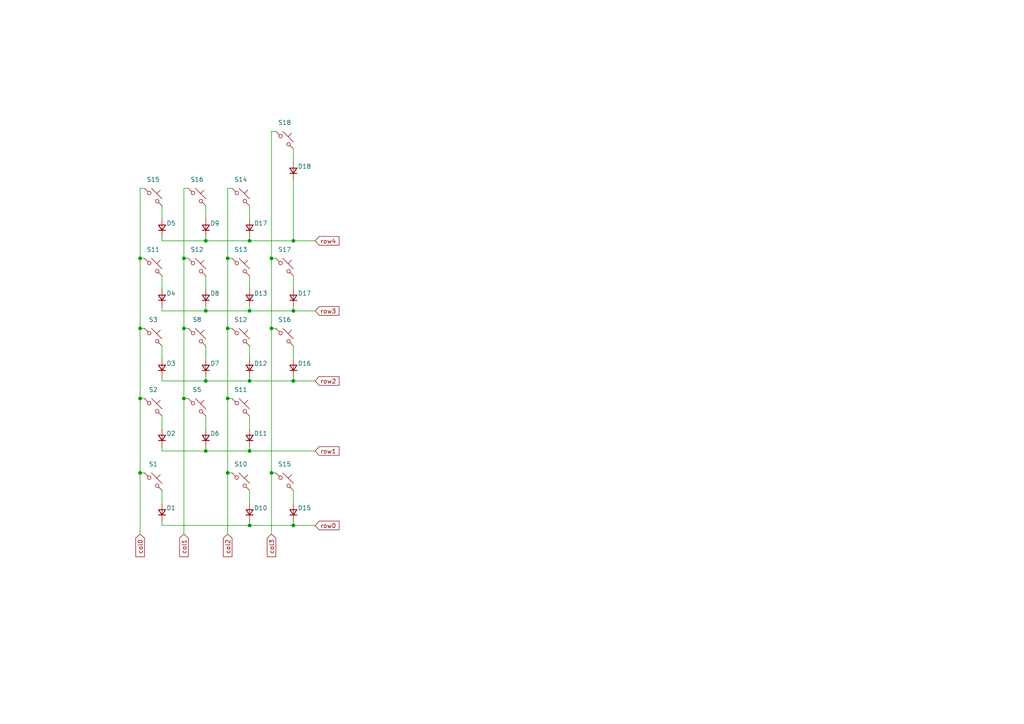
<source format=kicad_sch>
(kicad_sch (version 20231120) (generator "eeschema") (generator_version "8.0")
  (paper "A4")
  (lib_symbols
    (symbol "Device:D_Small" (pin_numbers hide) (pin_names (offset 0.254) hide)
      (property "Reference" "D" (at -1.27 2.032 0))
      (property "Value" "D_Small" (at -3.81 -2.032 0))
      (symbol "D_Small_0_1"
        (polyline (pts (xy -0.762 -1.016) (xy -0.762 1.016)) (stroke (width 0.254)))
        (polyline (pts (xy -0.762 0) (xy 0.762 0)))
        (polyline (pts (xy 0.762 -1.016) (xy -0.762 0) (xy 0.762 1.016) (xy 0.762 -1.016)) (stroke (width 0.254)))
      )
      (symbol "D_Small_1_1"
        (pin passive line (at -2.54 0 0) (length 1.778) (name "K") (number "1"))
        (pin passive line (at 2.54 0 180) (length 1.778) (name "A") (number "2"))
      )
    )
    (symbol "Switch:SW_Push_45deg" (pin_numbers hide) (pin_names (offset 1.016) hide)
      (property "Reference" "S" (at 3.048 1.016 0))
      (property "Value" "SW_Push_45deg" (at 0 -3.81 0))
      (symbol "SW_Push_45deg_0_1"
        (circle (center -1.1684 1.1684) (radius 0.508))
        (polyline (pts (xy -0.508 2.54) (xy 2.54 -0.508)))
        (polyline (pts (xy 1.016 1.016) (xy 2.032 2.032)))
        (polyline (pts (xy -2.54 2.54) (xy -1.524 1.524) (xy -1.524 1.524)))
        (polyline (pts (xy 1.524 -1.524) (xy 2.54 -2.54) (xy 2.54 -2.54) (xy 2.54 -2.54)))
        (circle (center 1.143 -1.1938) (radius 0.508))
        (pin passive line (at -2.54 2.54 0) (length 0) (name "1") (number "1"))
        (pin passive line (at 2.54 -2.54 180) (length 0) (name "2") (number "2"))
      )
    )
  )
  (junction (at 85.09 110.49))
  (junction (at 53.34 74.93))
  (junction (at 72.39 152.4))
  (junction (at 59.69 69.85))
  (junction (at 72.39 69.85))
  (junction (at 66.04 74.93))
  (junction (at 85.09 152.4))
  (junction (at 72.39 90.17))
  (junction (at 59.69 130.81))
  (junction (at 40.64 115.57))
  (junction (at 85.09 69.85))
  (junction (at 78.74 74.93))
  (junction (at 40.64 95.25))
  (junction (at 59.69 110.49))
  (junction (at 78.74 95.25))
  (junction (at 85.09 90.17))
  (junction (at 59.69 90.17))
  (junction (at 72.39 110.49))
  (junction (at 53.34 95.25))
  (junction (at 78.74 137.16))
  (junction (at 40.64 137.16))
  (junction (at 72.39 130.81))
  (junction (at 53.34 115.57))
  (junction (at 66.04 95.25))
  (junction (at 66.04 137.16))
  (junction (at 40.64 74.93))
  (junction (at 66.04 115.57))
  (wire (pts (xy 67.31 74.93) (xy 66.04 74.93)))
  (wire (pts (xy 72.39 151.13) (xy 72.39 152.4)))
  (wire (pts (xy 72.39 142.24) (xy 72.39 146.05)))
  (wire (pts (xy 85.09 80.01) (xy 85.09 83.82)))
  (wire (pts (xy 41.91 95.25) (xy 40.64 95.25)))
  (wire (pts (xy 41.91 137.16) (xy 40.64 137.16)))
  (wire (pts (xy 72.39 129.54) (xy 72.39 130.81)))
  (wire (pts (xy 85.09 69.85) (xy 91.44 69.85)))
  (wire (pts (xy 72.39 90.17) (xy 85.09 90.17)))
  (wire (pts (xy 54.61 95.25) (xy 53.34 95.25)))
  (wire (pts (xy 46.99 69.85) (xy 59.69 69.85)))
  (wire (pts (xy 67.31 115.57) (xy 66.04 115.57)))
  (wire (pts (xy 85.09 109.22) (xy 85.09 110.49)))
  (wire (pts (xy 59.69 80.01) (xy 59.69 83.82)))
  (wire (pts (xy 46.99 80.01) (xy 46.99 83.82)))
  (wire (pts (xy 72.39 88.9) (xy 72.39 90.17)))
  (wire (pts (xy 40.64 115.57) (xy 40.64 137.16)))
  (wire (pts (xy 41.91 74.93) (xy 40.64 74.93)))
  (wire (pts (xy 72.39 69.85) (xy 85.09 69.85)))
  (wire (pts (xy 40.64 54.61) (xy 40.64 74.93)))
  (wire (pts (xy 80.01 38.1) (xy 78.74 38.1)))
  (wire (pts (xy 78.74 38.1) (xy 78.74 74.93)))
  (wire (pts (xy 67.31 95.25) (xy 66.04 95.25)))
  (wire (pts (xy 54.61 54.61) (xy 53.34 54.61)))
  (wire (pts (xy 59.69 69.85) (xy 72.39 69.85)))
  (wire (pts (xy 46.99 129.54) (xy 46.99 130.81)))
  (wire (pts (xy 59.69 129.54) (xy 59.69 130.81)))
  (wire (pts (xy 46.99 142.24) (xy 46.99 146.05)))
  (wire (pts (xy 46.99 68.58) (xy 46.99 69.85)))
  (wire (pts (xy 72.39 120.65) (xy 72.39 124.46)))
  (wire (pts (xy 85.09 110.49) (xy 91.44 110.49)))
  (wire (pts (xy 85.09 52.07) (xy 85.09 69.85)))
  (wire (pts (xy 53.34 95.25) (xy 53.34 115.57)))
  (wire (pts (xy 72.39 110.49) (xy 85.09 110.49)))
  (wire (pts (xy 41.91 115.57) (xy 40.64 115.57)))
  (wire (pts (xy 54.61 74.93) (xy 53.34 74.93)))
  (wire (pts (xy 67.31 137.16) (xy 66.04 137.16)))
  (wire (pts (xy 72.39 68.58) (xy 72.39 69.85)))
  (wire (pts (xy 59.69 120.65) (xy 59.69 124.46)))
  (wire (pts (xy 78.74 137.16) (xy 78.74 154.94)))
  (wire (pts (xy 66.04 95.25) (xy 66.04 115.57)))
  (wire (pts (xy 59.69 90.17) (xy 72.39 90.17)))
  (wire (pts (xy 46.99 110.49) (xy 59.69 110.49)))
  (wire (pts (xy 59.69 100.33) (xy 59.69 104.14)))
  (wire (pts (xy 59.69 88.9) (xy 59.69 90.17)))
  (wire (pts (xy 72.39 59.69) (xy 72.39 63.5)))
  (wire (pts (xy 46.99 100.33) (xy 46.99 104.14)))
  (wire (pts (xy 46.99 130.81) (xy 59.69 130.81)))
  (wire (pts (xy 40.64 95.25) (xy 40.64 115.57)))
  (wire (pts (xy 72.39 152.4) (xy 85.09 152.4)))
  (wire (pts (xy 46.99 152.4) (xy 72.39 152.4)))
  (wire (pts (xy 72.39 80.01) (xy 72.39 83.82)))
  (wire (pts (xy 46.99 109.22) (xy 46.99 110.49)))
  (wire (pts (xy 46.99 90.17) (xy 59.69 90.17)))
  (wire (pts (xy 59.69 109.22) (xy 59.69 110.49)))
  (wire (pts (xy 85.09 151.13) (xy 85.09 152.4)))
  (wire (pts (xy 46.99 120.65) (xy 46.99 124.46)))
  (wire (pts (xy 46.99 88.9) (xy 46.99 90.17)))
  (wire (pts (xy 85.09 90.17) (xy 91.44 90.17)))
  (wire (pts (xy 53.34 74.93) (xy 53.34 95.25)))
  (wire (pts (xy 46.99 59.69) (xy 46.99 63.5)))
  (wire (pts (xy 59.69 59.69) (xy 59.69 63.5)))
  (wire (pts (xy 53.34 115.57) (xy 53.34 154.94)))
  (wire (pts (xy 72.39 109.22) (xy 72.39 110.49)))
  (wire (pts (xy 85.09 142.24) (xy 85.09 146.05)))
  (wire (pts (xy 85.09 100.33) (xy 85.09 104.14)))
  (wire (pts (xy 41.91 54.61) (xy 40.64 54.61)))
  (wire (pts (xy 72.39 130.81) (xy 91.44 130.81)))
  (wire (pts (xy 40.64 74.93) (xy 40.64 95.25)))
  (wire (pts (xy 54.61 115.57) (xy 53.34 115.57)))
  (wire (pts (xy 85.09 43.18) (xy 85.09 46.99)))
  (wire (pts (xy 53.34 54.61) (xy 53.34 74.93)))
  (wire (pts (xy 59.69 110.49) (xy 72.39 110.49)))
  (wire (pts (xy 67.31 54.61) (xy 66.04 54.61)))
  (wire (pts (xy 85.09 152.4) (xy 91.44 152.4)))
  (wire (pts (xy 66.04 137.16) (xy 66.04 154.94)))
  (wire (pts (xy 46.99 151.13) (xy 46.99 152.4)))
  (wire (pts (xy 66.04 74.93) (xy 66.04 95.25)))
  (wire (pts (xy 80.01 137.16) (xy 78.74 137.16)))
  (wire (pts (xy 78.74 95.25) (xy 78.74 137.16)))
  (wire (pts (xy 59.69 68.58) (xy 59.69 69.85)))
  (wire (pts (xy 78.74 74.93) (xy 78.74 95.25)))
  (wire (pts (xy 59.69 130.81) (xy 72.39 130.81)))
  (wire (pts (xy 72.39 100.33) (xy 72.39 104.14)))
  (wire (pts (xy 66.04 115.57) (xy 66.04 137.16)))
  (wire (pts (xy 80.01 74.93) (xy 78.74 74.93)))
  (wire (pts (xy 40.64 137.16) (xy 40.64 154.94)))
  (wire (pts (xy 85.09 88.9) (xy 85.09 90.17)))
  (wire (pts (xy 66.04 54.61) (xy 66.04 74.93)))
  (wire (pts (xy 80.01 95.25) (xy 78.74 95.25)))
  (global_label "col3" (shape input) (at 78.74 154.94 270) (property "Intersheetrefs" "${INTERSHEET_REFS}" (effects (hide yes))))
  (global_label "row2" (shape input) (at 91.44 110.49 0) (property "Intersheetrefs" "${INTERSHEET_REFS}" (effects (hide yes))))
  (global_label "col2" (shape input) (at 66.04 154.94 270) (property "Intersheetrefs" "${INTERSHEET_REFS}" (effects (hide yes))))
  (global_label "row1" (shape input) (at 91.44 130.81 0) (property "Intersheetrefs" "${INTERSHEET_REFS}" (effects (hide yes))))
  (global_label "col1" (shape input) (at 53.34 154.94 270) (property "Intersheetrefs" "${INTERSHEET_REFS}" (effects (hide yes))))
  (global_label "row3" (shape input) (at 91.44 90.17 0) (property "Intersheetrefs" "${INTERSHEET_REFS}" (effects (hide yes))))
  (global_label "col0" (shape input) (at 40.64 154.94 270) (property "Intersheetrefs" "${INTERSHEET_REFS}" (effects (hide yes))))
  (global_label "row0" (shape input) (at 91.44 152.4 0) (property "Intersheetrefs" "${INTERSHEET_REFS}" (effects (hide yes))))
  (global_label "row4" (shape input) (at 91.44 69.85 0) (property "Intersheetrefs" "${INTERSHEET_REFS}" (effects (hide yes))))
  (symbol (lib_id "Switch:SW_Push_45deg") (at 82.55 97.79 0) (unit 1)
    (property "Reference" "S16" (at 82.55 92.71 0))
    (property "Value" "SW_Push" (effects (hide yes)))
  )
  (symbol (lib_id "Device:D_Small") (at 46.99 86.36 90) (unit 1)
    (property "Reference" "D4" (at 48.26 85.09 90) (effects (justify right)))
    (property "Value" "D" (effects (hide yes)))
    (property "Sim.Device" "D" (effects (hide yes)))
    (property "Sim.Pins" "1=K 2=A" (effects (hide yes)))
  )
  (symbol (lib_id "Switch:SW_Push_45deg") (at 82.55 77.47 0) (unit 1)
    (property "Reference" "S17" (at 82.55 72.39 0))
    (property "Value" "SW_Push" (effects (hide yes)))
  )
  (symbol (lib_id "Switch:SW_Push_45deg") (at 82.55 139.7 0) (unit 1)
    (property "Reference" "S15" (at 82.55 134.62 0))
    (property "Value" "SW_Push" (effects (hide yes)))
  )
  (symbol (lib_id "Device:D_Small") (at 46.99 127 90) (unit 1)
    (property "Reference" "D2" (at 48.26 125.73 90) (effects (justify right)))
    (property "Value" "D" (effects (hide yes)))
    (property "Sim.Device" "D" (effects (hide yes)))
    (property "Sim.Pins" "1=K 2=A" (effects (hide yes)))
  )
  (symbol (lib_id "Switch:SW_Push_45deg") (at 44.45 77.47 0) (unit 1)
    (property "Reference" "S11" (at 44.45 72.39 0))
    (property "Value" "SW_Push" (effects (hide yes)))
  )
  (symbol (lib_id "Device:D_Small") (at 59.69 86.36 90) (unit 1)
    (property "Reference" "D8" (at 60.96 85.09 90) (effects (justify right)))
    (property "Value" "D" (effects (hide yes)))
    (property "Sim.Device" "D" (effects (hide yes)))
    (property "Sim.Pins" "1=K 2=A" (effects (hide yes)))
  )
  (symbol (lib_id "Device:D_Small") (at 85.09 86.36 90) (unit 1)
    (property "Reference" "D17" (at 86.36 85.09 90) (effects (justify right)))
    (property "Value" "D" (effects (hide yes)))
    (property "Sim.Device" "D" (effects (hide yes)))
    (property "Sim.Pins" "1=K 2=A" (effects (hide yes)))
  )
  (symbol (lib_id "Device:D_Small") (at 72.39 148.59 90) (unit 1)
    (property "Reference" "D10" (at 73.66 147.32 90) (effects (justify right)))
    (property "Value" "D" (effects (hide yes)))
    (property "Sim.Device" "D" (effects (hide yes)))
    (property "Sim.Pins" "1=K 2=A" (effects (hide yes)))
  )
  (symbol (lib_id "Device:D_Small") (at 85.09 49.53 90) (unit 1)
    (property "Reference" "D18" (at 86.36 48.26 90) (effects (justify right)))
    (property "Value" "D" (effects (hide yes)))
    (property "Sim.Device" "D" (effects (hide yes)))
    (property "Sim.Pins" "1=K 2=A" (effects (hide yes)))
  )
  (symbol (lib_id "Switch:SW_Push_45deg") (at 44.45 118.11 0) (unit 1)
    (property "Reference" "S2" (at 44.45 113.03 0))
    (property "Value" "SW_Push" (effects (hide yes)))
  )
  (symbol (lib_id "Device:D_Small") (at 72.39 66.04 90) (unit 1)
    (property "Reference" "D17" (at 73.66 64.77 90) (effects (justify right)))
    (property "Value" "D" (effects (hide yes)))
    (property "Sim.Device" "D" (effects (hide yes)))
    (property "Sim.Pins" "1=K 2=A" (effects (hide yes)))
  )
  (symbol (lib_id "Device:D_Small") (at 46.99 66.04 90) (unit 1)
    (property "Reference" "D5" (at 48.26 64.77 90) (effects (justify right)))
    (property "Value" "D" (effects (hide yes)))
    (property "Sim.Device" "D" (effects (hide yes)))
    (property "Sim.Pins" "1=K 2=A" (effects (hide yes)))
  )
  (symbol (lib_id "Device:D_Small") (at 46.99 148.59 90) (unit 1)
    (property "Reference" "D1" (at 48.26 147.32 90) (effects (justify right)))
    (property "Value" "D" (effects (hide yes)))
    (property "Sim.Device" "D" (effects (hide yes)))
    (property "Sim.Pins" "1=K 2=A" (effects (hide yes)))
  )
  (symbol (lib_id "Device:D_Small") (at 46.99 106.68 90) (unit 1)
    (property "Reference" "D3" (at 48.26 105.41 90) (effects (justify right)))
    (property "Value" "D" (effects (hide yes)))
    (property "Sim.Device" "D" (effects (hide yes)))
    (property "Sim.Pins" "1=K 2=A" (effects (hide yes)))
  )
  (symbol (lib_id "Switch:SW_Push_45deg") (at 57.15 57.15 0) (unit 1)
    (property "Reference" "S16" (at 57.15 52.07 0))
    (property "Value" "SW_Push" (effects (hide yes)))
  )
  (symbol (lib_id "Switch:SW_Push_45deg") (at 57.15 97.79 0) (unit 1)
    (property "Reference" "S8" (at 57.15 92.71 0))
    (property "Value" "SW_Push" (effects (hide yes)))
  )
  (symbol (lib_id "Switch:SW_Push_45deg") (at 69.85 77.47 0) (unit 1)
    (property "Reference" "S13" (at 69.85 72.39 0))
    (property "Value" "SW_Push" (effects (hide yes)))
  )
  (symbol (lib_id "Switch:SW_Push_45deg") (at 57.15 118.11 0) (unit 1)
    (property "Reference" "S5" (at 57.15 113.03 0))
    (property "Value" "SW_Push" (effects (hide yes)))
  )
  (symbol (lib_id "Switch:SW_Push_45deg") (at 69.85 139.7 0) (unit 1)
    (property "Reference" "S10" (at 69.85 134.62 0))
    (property "Value" "SW_Push" (effects (hide yes)))
  )
  (symbol (lib_id "Device:D_Small") (at 59.69 106.68 90) (unit 1)
    (property "Reference" "D7" (at 60.96 105.41 90) (effects (justify right)))
    (property "Value" "D" (effects (hide yes)))
    (property "Sim.Device" "D" (effects (hide yes)))
    (property "Sim.Pins" "1=K 2=A" (effects (hide yes)))
  )
  (symbol (lib_id "Device:D_Small") (at 59.69 127 90) (unit 1)
    (property "Reference" "D6" (at 60.96 125.73 90) (effects (justify right)))
    (property "Value" "D" (effects (hide yes)))
    (property "Sim.Device" "D" (effects (hide yes)))
    (property "Sim.Pins" "1=K 2=A" (effects (hide yes)))
  )
  (symbol (lib_id "Switch:SW_Push_45deg") (at 44.45 57.15 0) (unit 1)
    (property "Reference" "S15" (at 44.45 52.07 0))
    (property "Value" "SW_Push" (effects (hide yes)))
  )
  (symbol (lib_id "Switch:SW_Push_45deg") (at 69.85 97.79 0) (unit 1)
    (property "Reference" "S12" (at 69.85 92.71 0))
    (property "Value" "SW_Push" (effects (hide yes)))
  )
  (symbol (lib_id "Device:D_Small") (at 72.39 106.68 90) (unit 1)
    (property "Reference" "D12" (at 73.66 105.41 90) (effects (justify right)))
    (property "Value" "D" (effects (hide yes)))
    (property "Sim.Device" "D" (effects (hide yes)))
    (property "Sim.Pins" "1=K 2=A" (effects (hide yes)))
  )
  (symbol (lib_id "Switch:SW_Push_45deg") (at 57.15 77.47 0) (unit 1)
    (property "Reference" "S12" (at 57.15 72.39 0))
    (property "Value" "SW_Push" (effects (hide yes)))
  )
  (symbol (lib_id "Switch:SW_Push_45deg") (at 82.55 40.64 0) (unit 1)
    (property "Reference" "S18" (at 82.55 35.56 0))
    (property "Value" "SW_Push" (effects (hide yes)))
  )
  (symbol (lib_id "Switch:SW_Push_45deg") (at 44.45 97.79 0) (unit 1)
    (property "Reference" "S3" (at 44.45 92.71 0))
    (property "Value" "SW_Push" (effects (hide yes)))
  )
  (symbol (lib_id "Device:D_Small") (at 85.09 148.59 90) (unit 1)
    (property "Reference" "D15" (at 86.36 147.32 90) (effects (justify right)))
    (property "Value" "D" (effects (hide yes)))
    (property "Sim.Device" "D" (effects (hide yes)))
    (property "Sim.Pins" "1=K 2=A" (effects (hide yes)))
  )
  (symbol (lib_id "Device:D_Small") (at 59.69 66.04 90) (unit 1)
    (property "Reference" "D9" (at 60.96 64.77 90) (effects (justify right)))
    (property "Value" "D" (effects (hide yes)))
    (property "Sim.Device" "D" (effects (hide yes)))
    (property "Sim.Pins" "1=K 2=A" (effects (hide yes)))
  )
  (symbol (lib_id "Device:D_Small") (at 72.39 86.36 90) (unit 1)
    (property "Reference" "D13" (at 73.66 85.09 90) (effects (justify right)))
    (property "Value" "D" (effects (hide yes)))
    (property "Sim.Device" "D" (effects (hide yes)))
    (property "Sim.Pins" "1=K 2=A" (effects (hide yes)))
  )
  (symbol (lib_id "Device:D_Small") (at 72.39 127 90) (unit 1)
    (property "Reference" "D11" (at 73.66 125.73 90) (effects (justify right)))
    (property "Value" "D" (effects (hide yes)))
    (property "Sim.Device" "D" (effects (hide yes)))
    (property "Sim.Pins" "1=K 2=A" (effects (hide yes)))
  )
  (symbol (lib_id "Switch:SW_Push_45deg") (at 69.85 57.15 0) (unit 1)
    (property "Reference" "S14" (at 69.85 52.07 0))
    (property "Value" "SW_Push" (effects (hide yes)))
  )
  (symbol (lib_id "Device:D_Small") (at 85.09 106.68 90) (unit 1)
    (property "Reference" "D16" (at 86.36 105.41 90) (effects (justify right)))
    (property "Value" "D" (effects (hide yes)))
    (property "Sim.Device" "D" (effects (hide yes)))
    (property "Sim.Pins" "1=K 2=A" (effects (hide yes)))
  )
  (symbol (lib_id "Switch:SW_Push_45deg") (at 69.85 118.11 0) (unit 1)
    (property "Reference" "S11" (at 69.85 113.03 0))
    (property "Value" "SW_Push" (effects (hide yes)))
  )
  (symbol (lib_id "Switch:SW_Push_45deg") (at 44.45 139.7 0) (unit 1)
    (property "Reference" "S1" (at 44.45 134.62 0))
    (property "Value" "SW_Push" (effects (hide yes)))
  )
)
</source>
